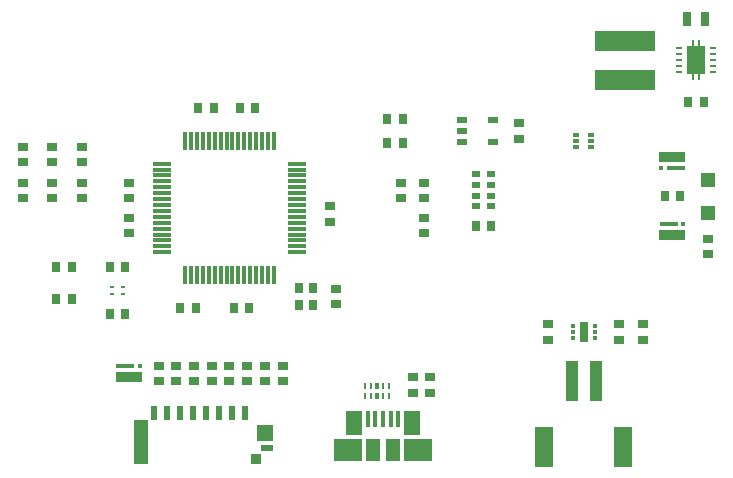
<source format=gtp>
G04*
G04 #@! TF.GenerationSoftware,Altium Limited,CircuitStudio,1.5.1 (13)*
G04*
G04 Layer_Color=7318015*
%FSLAX25Y25*%
%MOIN*%
G70*
G01*
G75*
%ADD10R,0.03150X0.01969*%
%ADD11R,0.03543X0.02756*%
%ADD12R,0.02756X0.03543*%
%ADD14R,0.20000X0.06850*%
%ADD15R,0.00984X0.01969*%
%ADD16R,0.06496X0.09449*%
%ADD17R,0.02362X0.00945*%
%ADD18R,0.01181X0.05906*%
%ADD19R,0.05906X0.01181*%
%ADD20R,0.03937X0.02362*%
%ADD21R,0.03740X0.03347*%
%ADD22R,0.02362X0.04921*%
%ADD23R,0.04724X0.14921*%
%ADD24R,0.05709X0.05512*%
%ADD25R,0.00984X0.02461*%
%ADD26R,0.01772X0.02461*%
%ADD27R,0.03150X0.03543*%
%ADD28R,0.01221X0.00827*%
%ADD29R,0.09350X0.07480*%
%ADD30R,0.04626X0.07480*%
%ADD31R,0.01772X0.05433*%
%ADD32R,0.05807X0.08268*%
%ADD33R,0.05906X0.13386*%
%ADD34R,0.03937X0.13780*%
%ADD35R,0.01772X0.01181*%
%ADD36R,0.02756X0.06693*%
%ADD37R,0.02362X0.01181*%
%ADD38R,0.03150X0.05118*%
%ADD39R,0.03543X0.02362*%
%ADD40R,0.08661X0.03740*%
%ADD41R,0.06201X0.01181*%
%ADD42R,0.01378X0.01181*%
%ADD43R,0.04724X0.04724*%
D10*
X247638Y99803D02*
D03*
Y96260D02*
D03*
Y92716D02*
D03*
Y89173D02*
D03*
X252362D02*
D03*
Y92716D02*
D03*
Y96260D02*
D03*
Y99803D02*
D03*
D11*
X324803Y78347D02*
D03*
Y73228D02*
D03*
X131890Y80118D02*
D03*
Y85236D02*
D03*
X226378Y26969D02*
D03*
Y32087D02*
D03*
X198819Y84055D02*
D03*
Y89173D02*
D03*
X131890Y97047D02*
D03*
Y91929D02*
D03*
X200787Y56496D02*
D03*
Y61614D02*
D03*
X232283Y32087D02*
D03*
Y26969D02*
D03*
X271654Y44685D02*
D03*
Y49803D02*
D03*
X295276Y44685D02*
D03*
Y49803D02*
D03*
X303150D02*
D03*
Y44685D02*
D03*
X106299Y91929D02*
D03*
Y97047D02*
D03*
X116142Y91929D02*
D03*
Y97047D02*
D03*
X96457Y91929D02*
D03*
Y97047D02*
D03*
X106299Y103740D02*
D03*
Y108858D02*
D03*
X116142Y103740D02*
D03*
Y108858D02*
D03*
X96457Y103740D02*
D03*
Y108858D02*
D03*
X261811Y116732D02*
D03*
Y111614D02*
D03*
X222441Y91929D02*
D03*
Y97047D02*
D03*
X230315D02*
D03*
Y91929D02*
D03*
Y85236D02*
D03*
Y80118D02*
D03*
X159449Y36024D02*
D03*
Y30906D02*
D03*
X153543Y36024D02*
D03*
Y30906D02*
D03*
X147638D02*
D03*
Y36024D02*
D03*
X165354Y30906D02*
D03*
Y36024D02*
D03*
X171260Y30906D02*
D03*
Y36024D02*
D03*
X141732Y30906D02*
D03*
Y36024D02*
D03*
X177165Y30906D02*
D03*
Y36024D02*
D03*
X183071Y30906D02*
D03*
Y36024D02*
D03*
D12*
X310433Y92520D02*
D03*
X315551D02*
D03*
X223031Y118110D02*
D03*
X217913D02*
D03*
X223031Y110236D02*
D03*
X217913D02*
D03*
X318307Y124016D02*
D03*
X323425D02*
D03*
X166732Y55118D02*
D03*
X171850D02*
D03*
X149016Y55118D02*
D03*
X154134D02*
D03*
X173819Y122047D02*
D03*
X168701D02*
D03*
X160039Y122047D02*
D03*
X154921D02*
D03*
X107677Y68898D02*
D03*
X112795D02*
D03*
X125394D02*
D03*
X130512D02*
D03*
Y53150D02*
D03*
X125394D02*
D03*
X107677Y58071D02*
D03*
X112795D02*
D03*
X252559Y82677D02*
D03*
X247441D02*
D03*
D14*
X297244Y131220D02*
D03*
Y144370D02*
D03*
D15*
X321850Y132087D02*
D03*
X319882D02*
D03*
X321850Y143504D02*
D03*
X319882D02*
D03*
D16*
X320866Y137795D02*
D03*
D17*
X326378Y141732D02*
D03*
Y139764D02*
D03*
Y137795D02*
D03*
Y135827D02*
D03*
Y133858D02*
D03*
X315354D02*
D03*
Y135827D02*
D03*
Y137795D02*
D03*
Y139764D02*
D03*
Y141732D02*
D03*
D18*
X150591Y111024D02*
D03*
X152559D02*
D03*
X154528D02*
D03*
X156496D02*
D03*
X158465D02*
D03*
X160433D02*
D03*
X162402D02*
D03*
X164370D02*
D03*
X166339D02*
D03*
X168307D02*
D03*
X170276D02*
D03*
X172244D02*
D03*
X174213D02*
D03*
X176181D02*
D03*
X178150D02*
D03*
X180118D02*
D03*
X150591Y66142D02*
D03*
X152559D02*
D03*
X154528D02*
D03*
X156496D02*
D03*
X158465D02*
D03*
X160433D02*
D03*
X162402D02*
D03*
X164370D02*
D03*
X166339D02*
D03*
X168307D02*
D03*
X170276D02*
D03*
X172244D02*
D03*
X174213D02*
D03*
X176181D02*
D03*
X178150D02*
D03*
X180118D02*
D03*
D19*
X187795Y103346D02*
D03*
Y101378D02*
D03*
Y99409D02*
D03*
Y97441D02*
D03*
Y95472D02*
D03*
Y93504D02*
D03*
Y91535D02*
D03*
Y89567D02*
D03*
Y87598D02*
D03*
Y85630D02*
D03*
Y83661D02*
D03*
Y81693D02*
D03*
Y79724D02*
D03*
Y77756D02*
D03*
Y75787D02*
D03*
Y73819D02*
D03*
X142913D02*
D03*
Y75787D02*
D03*
Y77756D02*
D03*
Y79724D02*
D03*
Y81693D02*
D03*
Y83661D02*
D03*
Y85630D02*
D03*
Y87598D02*
D03*
Y89567D02*
D03*
Y91535D02*
D03*
Y93504D02*
D03*
Y95472D02*
D03*
Y97441D02*
D03*
Y99409D02*
D03*
Y101378D02*
D03*
Y103346D02*
D03*
D20*
X177953Y8661D02*
D03*
D21*
X174311Y4823D02*
D03*
D22*
X170669Y20374D02*
D03*
X166339D02*
D03*
X162008D02*
D03*
X157677D02*
D03*
X153347D02*
D03*
X149016D02*
D03*
X144685D02*
D03*
X140354D02*
D03*
D23*
X135827Y10610D02*
D03*
D24*
X177067Y13583D02*
D03*
D25*
X210630Y29083D02*
D03*
X212598D02*
D03*
X216535D02*
D03*
X218504D02*
D03*
Y26035D02*
D03*
X216535D02*
D03*
X212598D02*
D03*
X210630D02*
D03*
D26*
X214567Y25984D02*
D03*
Y29083D02*
D03*
D27*
X193307Y56102D02*
D03*
Y62008D02*
D03*
X188583D02*
D03*
Y56102D02*
D03*
D28*
X129744Y59744D02*
D03*
Y62303D02*
D03*
X126161D02*
D03*
Y59744D02*
D03*
D29*
X228051Y7874D02*
D03*
X205020D02*
D03*
D30*
X219882D02*
D03*
X213189D02*
D03*
D31*
X211417Y18307D02*
D03*
X213976D02*
D03*
X216535D02*
D03*
X219094D02*
D03*
X221654D02*
D03*
D32*
X206840Y16929D02*
D03*
X226230D02*
D03*
D33*
X270276Y9055D02*
D03*
X296654D02*
D03*
D34*
X279528Y30906D02*
D03*
X287402D02*
D03*
D35*
X279823Y49213D02*
D03*
Y47244D02*
D03*
Y45276D02*
D03*
X287106D02*
D03*
Y47244D02*
D03*
Y49213D02*
D03*
D36*
X283465Y47244D02*
D03*
D37*
X286024Y112795D02*
D03*
Y108858D02*
D03*
Y110827D02*
D03*
X280906Y112795D02*
D03*
Y110827D02*
D03*
Y108858D02*
D03*
D38*
X317717Y151575D02*
D03*
X324016D02*
D03*
D39*
X253150Y117913D02*
D03*
Y110433D02*
D03*
X242913Y117913D02*
D03*
Y114173D02*
D03*
Y110433D02*
D03*
D40*
X312992Y105610D02*
D03*
Y79429D02*
D03*
X131890Y32185D02*
D03*
D41*
X314216Y101772D02*
D03*
X311768Y83268D02*
D03*
X130665Y36024D02*
D03*
D42*
X309350Y101772D02*
D03*
X316634Y83268D02*
D03*
X135531Y36024D02*
D03*
D43*
X324803Y98032D02*
D03*
Y87008D02*
D03*
M02*

</source>
